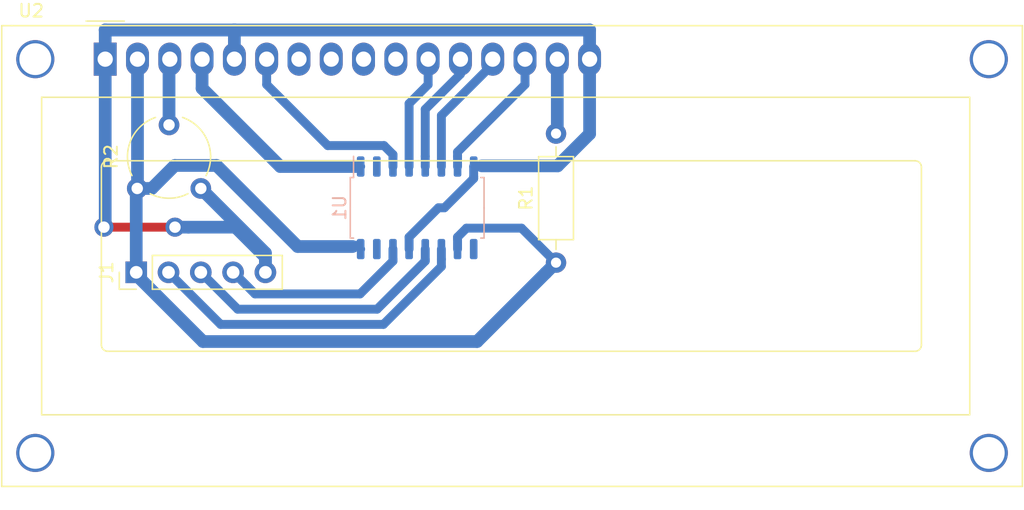
<source format=kicad_pcb>
(kicad_pcb (version 20171130) (host pcbnew 5.1.5-52549c5~84~ubuntu16.04.1)

  (general
    (thickness 1.6)
    (drawings 0)
    (tracks 104)
    (zones 0)
    (modules 5)
    (nets 14)
  )

  (page A4)
  (layers
    (0 F.Cu signal)
    (31 B.Cu signal)
    (32 B.Adhes user)
    (33 F.Adhes user)
    (34 B.Paste user)
    (35 F.Paste user)
    (36 B.SilkS user)
    (37 F.SilkS user)
    (38 B.Mask user)
    (39 F.Mask user)
    (40 Dwgs.User user)
    (41 Cmts.User user)
    (42 Eco1.User user)
    (43 Eco2.User user)
    (44 Edge.Cuts user)
    (45 Margin user)
    (46 B.CrtYd user)
    (47 F.CrtYd user)
    (48 B.Fab user)
    (49 F.Fab user)
  )

  (setup
    (last_trace_width 1)
    (trace_clearance 0.5)
    (zone_clearance 0.508)
    (zone_45_only no)
    (trace_min 0.2)
    (via_size 1.5)
    (via_drill 0.9)
    (via_min_size 0.4)
    (via_min_drill 0.3)
    (uvia_size 0.3)
    (uvia_drill 0.1)
    (uvias_allowed no)
    (uvia_min_size 0.2)
    (uvia_min_drill 0.1)
    (edge_width 0.05)
    (segment_width 0.2)
    (pcb_text_width 0.3)
    (pcb_text_size 1.5 1.5)
    (mod_edge_width 0.12)
    (mod_text_size 1 1)
    (mod_text_width 0.15)
    (pad_size 1.524 1.524)
    (pad_drill 0.762)
    (pad_to_mask_clearance 0.051)
    (solder_mask_min_width 0.25)
    (aux_axis_origin 0 0)
    (visible_elements FFFFFF7F)
    (pcbplotparams
      (layerselection 0x010fc_ffffffff)
      (usegerberextensions false)
      (usegerberattributes false)
      (usegerberadvancedattributes false)
      (creategerberjobfile false)
      (excludeedgelayer true)
      (linewidth 0.500000)
      (plotframeref false)
      (viasonmask false)
      (mode 1)
      (useauxorigin false)
      (hpglpennumber 1)
      (hpglpenspeed 20)
      (hpglpendiameter 15.000000)
      (psnegative false)
      (psa4output false)
      (plotreference true)
      (plotvalue true)
      (plotinvisibletext false)
      (padsonsilk false)
      (subtractmaskfromsilk false)
      (outputformat 1)
      (mirror false)
      (drillshape 1)
      (scaleselection 1)
      (outputdirectory ""))
  )

  (net 0 "")
  (net 1 GND)
  (net 2 "Net-(J1-Pad4)")
  (net 3 "Net-(J1-Pad3)")
  (net 4 "Net-(J1-Pad2)")
  (net 5 +5V)
  (net 6 "Net-(R1-Pad2)")
  (net 7 "Net-(R2-Pad2)")
  (net 8 "Net-(U1-Pad7)")
  (net 9 "Net-(U1-Pad4)")
  (net 10 "Net-(U1-Pad3)")
  (net 11 "Net-(U1-Pad1)")
  (net 12 "Net-(U1-Pad6)")
  (net 13 "Net-(U1-Pad5)")

  (net_class Default "This is the default net class."
    (clearance 0.5)
    (trace_width 1)
    (via_dia 1.5)
    (via_drill 0.9)
    (uvia_dia 0.3)
    (uvia_drill 0.1)
    (add_net +5V)
    (add_net GND)
    (add_net "Net-(J1-Pad2)")
    (add_net "Net-(J1-Pad3)")
    (add_net "Net-(J1-Pad4)")
    (add_net "Net-(R1-Pad2)")
    (add_net "Net-(R2-Pad2)")
    (add_net "Net-(U1-Pad1)")
    (add_net "Net-(U1-Pad3)")
    (add_net "Net-(U1-Pad4)")
    (add_net "Net-(U1-Pad5)")
    (add_net "Net-(U1-Pad6)")
    (add_net "Net-(U1-Pad7)")
    (add_net "Net-(U2-Pad10)")
    (add_net "Net-(U2-Pad7)")
    (add_net "Net-(U2-Pad8)")
    (add_net "Net-(U2-Pad9)")
  )

  (module Display:WC1602A (layer F.Cu) (tedit 5A02FE80) (tstamp 5E67AA83)
    (at 95.096 67.037)
    (descr "LCD 16x2 http://www.wincomlcd.com/pdf/WC1602A-SFYLYHTC06.pdf")
    (tags "LCD 16x2 Alphanumeric 16pin")
    (path /5D875DF4)
    (fp_text reference U2 (at -5.82 -3.81) (layer F.SilkS)
      (effects (font (size 1 1) (thickness 0.15)))
    )
    (fp_text value RC1602A (at -4.31 34.66) (layer F.Fab)
      (effects (font (size 1 1) (thickness 0.15)))
    )
    (fp_line (start -8 33.5) (end -8 -2.5) (layer F.Fab) (width 0.1))
    (fp_line (start 72 33.5) (end -8 33.5) (layer F.Fab) (width 0.1))
    (fp_line (start 72 -2.5) (end 72 33.5) (layer F.Fab) (width 0.1))
    (fp_line (start 1 -2.5) (end 72 -2.5) (layer F.Fab) (width 0.1))
    (fp_line (start -5 28) (end -5 3) (layer F.SilkS) (width 0.12))
    (fp_line (start 68 28) (end -5 28) (layer F.SilkS) (width 0.12))
    (fp_line (start 68 3) (end 68 28) (layer F.SilkS) (width 0.12))
    (fp_line (start -5 3) (end 68 3) (layer F.SilkS) (width 0.12))
    (fp_arc (start 0.20066 8.49884) (end -0.29972 8.49884) (angle 90) (layer F.SilkS) (width 0.12))
    (fp_arc (start 0.20066 22.49932) (end 0.20066 22.9997) (angle 90) (layer F.SilkS) (width 0.12))
    (fp_arc (start 63.70066 22.49932) (end 64.20104 22.49932) (angle 90) (layer F.SilkS) (width 0.12))
    (fp_arc (start 63.7 8.5) (end 63.7 8) (angle 90) (layer F.SilkS) (width 0.12))
    (fp_line (start 64.2 8.5) (end 64.2 22.5) (layer F.SilkS) (width 0.12))
    (fp_line (start 63.70066 23) (end 0.2 23) (layer F.SilkS) (width 0.12))
    (fp_line (start -0.29972 22.49932) (end -0.29972 8.5) (layer F.SilkS) (width 0.12))
    (fp_line (start 0.2 8) (end 63.7 8) (layer F.SilkS) (width 0.12))
    (fp_text user %R (at 30.37 14.74) (layer F.Fab)
      (effects (font (size 1 1) (thickness 0.1)))
    )
    (fp_line (start -1 -2.5) (end -8 -2.5) (layer F.Fab) (width 0.1))
    (fp_line (start 0 -1.5) (end -1 -2.5) (layer F.Fab) (width 0.1))
    (fp_line (start 1 -2.5) (end 0 -1.5) (layer F.Fab) (width 0.1))
    (fp_line (start -8.25 -2.75) (end 72.25 -2.75) (layer F.CrtYd) (width 0.05))
    (fp_line (start -1.5 -3) (end 1.5 -3) (layer F.SilkS) (width 0.12))
    (fp_line (start 72.25 -2.75) (end 72.25 33.75) (layer F.CrtYd) (width 0.05))
    (fp_line (start -8.25 33.75) (end 72.25 33.75) (layer F.CrtYd) (width 0.05))
    (fp_line (start -8.25 -2.75) (end -8.25 33.75) (layer F.CrtYd) (width 0.05))
    (fp_line (start -8.13 -2.64) (end -7.34 -2.64) (layer F.SilkS) (width 0.12))
    (fp_line (start -8.14 -2.64) (end -8.14 33.64) (layer F.SilkS) (width 0.12))
    (fp_line (start 72.14 -2.64) (end -7.34 -2.64) (layer F.SilkS) (width 0.12))
    (fp_line (start 72.14 33.64) (end 72.14 -2.64) (layer F.SilkS) (width 0.12))
    (fp_line (start -8.14 33.64) (end 72.14 33.64) (layer F.SilkS) (width 0.12))
    (pad "" thru_hole circle (at 69.5 0) (size 3 3) (drill 2.5) (layers *.Cu *.Mask))
    (pad "" thru_hole circle (at 69.49948 31.0007) (size 3 3) (drill 2.5) (layers *.Cu *.Mask))
    (pad "" thru_hole circle (at -5.4991 31.0007) (size 3 3) (drill 2.5) (layers *.Cu *.Mask))
    (pad "" thru_hole circle (at -5.4991 0) (size 3 3) (drill 2.5) (layers *.Cu *.Mask))
    (pad 16 thru_hole oval (at 38.1 0) (size 1.8 2.6) (drill 1.2) (layers *.Cu *.Mask)
      (net 1 GND))
    (pad 15 thru_hole oval (at 35.56 0) (size 1.8 2.6) (drill 1.2) (layers *.Cu *.Mask)
      (net 6 "Net-(R1-Pad2)"))
    (pad 14 thru_hole oval (at 33.02 0) (size 1.8 2.6) (drill 1.2) (layers *.Cu *.Mask)
      (net 8 "Net-(U1-Pad7)"))
    (pad 13 thru_hole oval (at 30.48 0) (size 1.8 2.6) (drill 1.2) (layers *.Cu *.Mask)
      (net 12 "Net-(U1-Pad6)"))
    (pad 12 thru_hole oval (at 27.94 0) (size 1.8 2.6) (drill 1.2) (layers *.Cu *.Mask)
      (net 13 "Net-(U1-Pad5)"))
    (pad 11 thru_hole oval (at 25.4 0) (size 1.8 2.6) (drill 1.2) (layers *.Cu *.Mask)
      (net 9 "Net-(U1-Pad4)"))
    (pad 10 thru_hole oval (at 22.86 0) (size 1.8 2.6) (drill 1.2) (layers *.Cu *.Mask))
    (pad 9 thru_hole oval (at 20.32 0) (size 1.8 2.6) (drill 1.2) (layers *.Cu *.Mask))
    (pad 8 thru_hole oval (at 17.78 0) (size 1.8 2.6) (drill 1.2) (layers *.Cu *.Mask))
    (pad 7 thru_hole oval (at 15.24 0) (size 1.8 2.6) (drill 1.2) (layers *.Cu *.Mask))
    (pad 6 thru_hole oval (at 12.7 0) (size 1.8 2.6) (drill 1.2) (layers *.Cu *.Mask)
      (net 10 "Net-(U1-Pad3)"))
    (pad 5 thru_hole oval (at 10.16 0) (size 1.8 2.6) (drill 1.2) (layers *.Cu *.Mask)
      (net 1 GND))
    (pad 4 thru_hole oval (at 7.62 0) (size 1.8 2.6) (drill 1.2) (layers *.Cu *.Mask)
      (net 11 "Net-(U1-Pad1)"))
    (pad 3 thru_hole oval (at 5.08 0) (size 1.8 2.6) (drill 1.2) (layers *.Cu *.Mask)
      (net 7 "Net-(R2-Pad2)"))
    (pad 2 thru_hole oval (at 2.54 0) (size 1.8 2.6) (drill 1.2) (layers *.Cu *.Mask)
      (net 5 +5V))
    (pad 1 thru_hole rect (at 0 0) (size 1.8 2.6) (drill 1.2) (layers *.Cu *.Mask)
      (net 1 GND))
    (model ${KISYS3DMOD}/Display.3dshapes/WC1602A.wrl
      (at (xyz 0 0 0))
      (scale (xyz 1 1 1))
      (rotate (xyz 0 0 0))
    )
  )

  (module Package_SO:SOP-16_4.55x10.3mm_P1.27mm (layer B.Cu) (tedit 5D9F72B1) (tstamp 5E67AB91)
    (at 119.634 78.74 270)
    (descr "SOP, 16 Pin (https://toshiba.semicon-storage.com/info/docget.jsp?did=12855&prodName=TLP290-4), generated with kicad-footprint-generator ipc_gullwing_generator.py")
    (tags "SOP SO")
    (path /5E668361)
    (attr smd)
    (fp_text reference U1 (at 0 6.1 90) (layer B.SilkS)
      (effects (font (size 1 1) (thickness 0.15)) (justify mirror))
    )
    (fp_text value 74HC595 (at 0 -6.1 90) (layer B.Fab)
      (effects (font (size 1 1) (thickness 0.15)) (justify mirror))
    )
    (fp_text user %R (at 0 0 90) (layer B.Fab)
      (effects (font (size 1 1) (thickness 0.15)) (justify mirror))
    )
    (fp_line (start 4.3 5.4) (end -4.3 5.4) (layer B.CrtYd) (width 0.05))
    (fp_line (start 4.3 -5.4) (end 4.3 5.4) (layer B.CrtYd) (width 0.05))
    (fp_line (start -4.3 -5.4) (end 4.3 -5.4) (layer B.CrtYd) (width 0.05))
    (fp_line (start -4.3 5.4) (end -4.3 -5.4) (layer B.CrtYd) (width 0.05))
    (fp_line (start -2.275 4.15) (end -1.275 5.15) (layer B.Fab) (width 0.1))
    (fp_line (start -2.275 -5.15) (end -2.275 4.15) (layer B.Fab) (width 0.1))
    (fp_line (start 2.275 -5.15) (end -2.275 -5.15) (layer B.Fab) (width 0.1))
    (fp_line (start 2.275 5.15) (end 2.275 -5.15) (layer B.Fab) (width 0.1))
    (fp_line (start -1.275 5.15) (end 2.275 5.15) (layer B.Fab) (width 0.1))
    (fp_line (start -2.385 5.005) (end -4.05 5.005) (layer B.SilkS) (width 0.12))
    (fp_line (start -2.385 5.26) (end -2.385 5.005) (layer B.SilkS) (width 0.12))
    (fp_line (start 0 5.26) (end -2.385 5.26) (layer B.SilkS) (width 0.12))
    (fp_line (start 2.385 5.26) (end 2.385 5.005) (layer B.SilkS) (width 0.12))
    (fp_line (start 0 5.26) (end 2.385 5.26) (layer B.SilkS) (width 0.12))
    (fp_line (start -2.385 -5.26) (end -2.385 -5.005) (layer B.SilkS) (width 0.12))
    (fp_line (start 0 -5.26) (end -2.385 -5.26) (layer B.SilkS) (width 0.12))
    (fp_line (start 2.385 -5.26) (end 2.385 -5.005) (layer B.SilkS) (width 0.12))
    (fp_line (start 0 -5.26) (end 2.385 -5.26) (layer B.SilkS) (width 0.12))
    (pad 16 smd roundrect (at 3.25 4.445 270) (size 1.6 0.6) (layers B.Cu B.Paste B.Mask) (roundrect_rratio 0.25)
      (net 5 +5V))
    (pad 15 smd roundrect (at 3.25 3.175 270) (size 1.6 0.6) (layers B.Cu B.Paste B.Mask) (roundrect_rratio 0.25))
    (pad 14 smd roundrect (at 3.25 1.905 270) (size 1.6 0.6) (layers B.Cu B.Paste B.Mask) (roundrect_rratio 0.25)
      (net 2 "Net-(J1-Pad4)"))
    (pad 13 smd roundrect (at 3.25 0.635 270) (size 1.6 0.6) (layers B.Cu B.Paste B.Mask) (roundrect_rratio 0.25)
      (net 1 GND))
    (pad 12 smd roundrect (at 3.25 -0.635 270) (size 1.6 0.6) (layers B.Cu B.Paste B.Mask) (roundrect_rratio 0.25)
      (net 3 "Net-(J1-Pad3)"))
    (pad 11 smd roundrect (at 3.25 -1.905 270) (size 1.6 0.6) (layers B.Cu B.Paste B.Mask) (roundrect_rratio 0.25)
      (net 4 "Net-(J1-Pad2)"))
    (pad 10 smd roundrect (at 3.25 -3.175 270) (size 1.6 0.6) (layers B.Cu B.Paste B.Mask) (roundrect_rratio 0.25)
      (net 5 +5V))
    (pad 9 smd roundrect (at 3.25 -4.445 270) (size 1.6 0.6) (layers B.Cu B.Paste B.Mask) (roundrect_rratio 0.25))
    (pad 8 smd roundrect (at -3.25 -4.445 270) (size 1.6 0.6) (layers B.Cu B.Paste B.Mask) (roundrect_rratio 0.25)
      (net 1 GND))
    (pad 7 smd roundrect (at -3.25 -3.175 270) (size 1.6 0.6) (layers B.Cu B.Paste B.Mask) (roundrect_rratio 0.25)
      (net 8 "Net-(U1-Pad7)"))
    (pad 6 smd roundrect (at -3.25 -1.905 270) (size 1.6 0.6) (layers B.Cu B.Paste B.Mask) (roundrect_rratio 0.25)
      (net 12 "Net-(U1-Pad6)"))
    (pad 5 smd roundrect (at -3.25 -0.635 270) (size 1.6 0.6) (layers B.Cu B.Paste B.Mask) (roundrect_rratio 0.25)
      (net 13 "Net-(U1-Pad5)"))
    (pad 4 smd roundrect (at -3.25 0.635 270) (size 1.6 0.6) (layers B.Cu B.Paste B.Mask) (roundrect_rratio 0.25)
      (net 9 "Net-(U1-Pad4)"))
    (pad 3 smd roundrect (at -3.25 1.905 270) (size 1.6 0.6) (layers B.Cu B.Paste B.Mask) (roundrect_rratio 0.25)
      (net 10 "Net-(U1-Pad3)"))
    (pad 2 smd roundrect (at -3.25 3.175 270) (size 1.6 0.6) (layers B.Cu B.Paste B.Mask) (roundrect_rratio 0.25))
    (pad 1 smd roundrect (at -3.25 4.445 270) (size 1.6 0.6) (layers B.Cu B.Paste B.Mask) (roundrect_rratio 0.25)
      (net 11 "Net-(U1-Pad1)"))
    (model ${KISYS3DMOD}/Package_SO.3dshapes/SOP-16_4.55x10.3mm_P1.27mm.wrl
      (at (xyz 0 0 0))
      (scale (xyz 1 1 1))
      (rotate (xyz 0 0 0))
    )
  )

  (module Potentiometer_THT:Potentiometer_Piher_PT-6-V_Vertical (layer F.Cu) (tedit 5A3D4993) (tstamp 5E67AA26)
    (at 102.616 77.216 90)
    (descr "Potentiometer, vertical, Piher PT-6-V, http://www.piher-nacesa.com/pdf/11-PT6v03.pdf")
    (tags "Potentiometer vertical Piher PT-6-V")
    (path /5D8849E4)
    (fp_text reference R2 (at 2.5 -7.06 90) (layer F.SilkS)
      (effects (font (size 1 1) (thickness 0.15)))
    )
    (fp_text value 5K (at 2.5 2.06 90) (layer F.Fab)
      (effects (font (size 1 1) (thickness 0.15)))
    )
    (fp_text user %R (at 0.55 -2.5) (layer F.Fab)
      (effects (font (size 1 1) (thickness 0.15)))
    )
    (fp_line (start 6.1 -6.1) (end -1.1 -6.1) (layer F.CrtYd) (width 0.05))
    (fp_line (start 6.1 1.1) (end 6.1 -6.1) (layer F.CrtYd) (width 0.05))
    (fp_line (start -1.1 1.1) (end 6.1 1.1) (layer F.CrtYd) (width 0.05))
    (fp_line (start -1.1 -6.1) (end -1.1 1.1) (layer F.CrtYd) (width 0.05))
    (fp_circle (center 2.5 -2.5) (end 3.4 -2.5) (layer F.Fab) (width 0.1))
    (fp_circle (center 2.5 -2.5) (end 5.65 -2.5) (layer F.Fab) (width 0.1))
    (fp_arc (start 2.5 -2.5) (end 1.015 0.414) (angle -28) (layer F.SilkS) (width 0.12))
    (fp_arc (start 2.5 -2.5) (end -0.414 -3.984) (angle -54) (layer F.SilkS) (width 0.12))
    (fp_arc (start 2.5 -2.5) (end 5.592 -3.564) (angle -98) (layer F.SilkS) (width 0.12))
    (fp_arc (start 2.5 -2.5) (end 2.5 0.77) (angle -71) (layer F.SilkS) (width 0.12))
    (pad 1 thru_hole circle (at 0 0 90) (size 1.62 1.62) (drill 0.9) (layers *.Cu *.Mask)
      (net 1 GND))
    (pad 2 thru_hole circle (at 5 -2.5 90) (size 1.62 1.62) (drill 0.9) (layers *.Cu *.Mask)
      (net 7 "Net-(R2-Pad2)"))
    (pad 3 thru_hole circle (at 0 -5 90) (size 1.62 1.62) (drill 0.9) (layers *.Cu *.Mask)
      (net 5 +5V))
    (model ${KISYS3DMOD}/Potentiometer_THT.3dshapes/Potentiometer_Piher_PT-6-V_Vertical.wrl
      (at (xyz 0 0 0))
      (scale (xyz 1 1 1))
      (rotate (xyz 0 0 0))
    )
  )

  (module Resistor_THT:R_Axial_DIN0207_L6.3mm_D2.5mm_P10.16mm_Horizontal (layer F.Cu) (tedit 5AE5139B) (tstamp 5E67AA14)
    (at 130.556 83.058 90)
    (descr "Resistor, Axial_DIN0207 series, Axial, Horizontal, pin pitch=10.16mm, 0.25W = 1/4W, length*diameter=6.3*2.5mm^2, http://cdn-reichelt.de/documents/datenblatt/B400/1_4W%23YAG.pdf")
    (tags "Resistor Axial_DIN0207 series Axial Horizontal pin pitch 10.16mm 0.25W = 1/4W length 6.3mm diameter 2.5mm")
    (path /5D882883)
    (fp_text reference R1 (at 5.08 -2.37 90) (layer F.SilkS)
      (effects (font (size 1 1) (thickness 0.15)))
    )
    (fp_text value 220 (at 5.08 2.37 90) (layer F.Fab)
      (effects (font (size 1 1) (thickness 0.15)))
    )
    (fp_text user %R (at 5.08 0 90) (layer F.Fab)
      (effects (font (size 1 1) (thickness 0.15)))
    )
    (fp_line (start 11.21 -1.5) (end -1.05 -1.5) (layer F.CrtYd) (width 0.05))
    (fp_line (start 11.21 1.5) (end 11.21 -1.5) (layer F.CrtYd) (width 0.05))
    (fp_line (start -1.05 1.5) (end 11.21 1.5) (layer F.CrtYd) (width 0.05))
    (fp_line (start -1.05 -1.5) (end -1.05 1.5) (layer F.CrtYd) (width 0.05))
    (fp_line (start 9.12 0) (end 8.35 0) (layer F.SilkS) (width 0.12))
    (fp_line (start 1.04 0) (end 1.81 0) (layer F.SilkS) (width 0.12))
    (fp_line (start 8.35 -1.37) (end 1.81 -1.37) (layer F.SilkS) (width 0.12))
    (fp_line (start 8.35 1.37) (end 8.35 -1.37) (layer F.SilkS) (width 0.12))
    (fp_line (start 1.81 1.37) (end 8.35 1.37) (layer F.SilkS) (width 0.12))
    (fp_line (start 1.81 -1.37) (end 1.81 1.37) (layer F.SilkS) (width 0.12))
    (fp_line (start 10.16 0) (end 8.23 0) (layer F.Fab) (width 0.1))
    (fp_line (start 0 0) (end 1.93 0) (layer F.Fab) (width 0.1))
    (fp_line (start 8.23 -1.25) (end 1.93 -1.25) (layer F.Fab) (width 0.1))
    (fp_line (start 8.23 1.25) (end 8.23 -1.25) (layer F.Fab) (width 0.1))
    (fp_line (start 1.93 1.25) (end 8.23 1.25) (layer F.Fab) (width 0.1))
    (fp_line (start 1.93 -1.25) (end 1.93 1.25) (layer F.Fab) (width 0.1))
    (pad 2 thru_hole oval (at 10.16 0 90) (size 1.6 1.6) (drill 0.8) (layers *.Cu *.Mask)
      (net 6 "Net-(R1-Pad2)"))
    (pad 1 thru_hole circle (at 0 0 90) (size 1.6 1.6) (drill 0.8) (layers *.Cu *.Mask)
      (net 5 +5V))
    (model ${KISYS3DMOD}/Resistor_THT.3dshapes/R_Axial_DIN0207_L6.3mm_D2.5mm_P10.16mm_Horizontal.wrl
      (at (xyz 0 0 0))
      (scale (xyz 1 1 1))
      (rotate (xyz 0 0 0))
    )
  )

  (module Connector_PinHeader_2.54mm:PinHeader_1x05_P2.54mm_Vertical (layer F.Cu) (tedit 59FED5CC) (tstamp 5E67A9FD)
    (at 97.536 83.82 90)
    (descr "Through hole straight pin header, 1x05, 2.54mm pitch, single row")
    (tags "Through hole pin header THT 1x05 2.54mm single row")
    (path /5E6ACB32)
    (fp_text reference J1 (at 0 -2.33 90) (layer F.SilkS)
      (effects (font (size 1 1) (thickness 0.15)))
    )
    (fp_text value Conn_01x05_Male (at 0 12.49 90) (layer F.Fab)
      (effects (font (size 1 1) (thickness 0.15)))
    )
    (fp_text user %R (at 0 5.08) (layer F.Fab)
      (effects (font (size 1 1) (thickness 0.15)))
    )
    (fp_line (start 1.8 -1.8) (end -1.8 -1.8) (layer F.CrtYd) (width 0.05))
    (fp_line (start 1.8 11.95) (end 1.8 -1.8) (layer F.CrtYd) (width 0.05))
    (fp_line (start -1.8 11.95) (end 1.8 11.95) (layer F.CrtYd) (width 0.05))
    (fp_line (start -1.8 -1.8) (end -1.8 11.95) (layer F.CrtYd) (width 0.05))
    (fp_line (start -1.33 -1.33) (end 0 -1.33) (layer F.SilkS) (width 0.12))
    (fp_line (start -1.33 0) (end -1.33 -1.33) (layer F.SilkS) (width 0.12))
    (fp_line (start -1.33 1.27) (end 1.33 1.27) (layer F.SilkS) (width 0.12))
    (fp_line (start 1.33 1.27) (end 1.33 11.49) (layer F.SilkS) (width 0.12))
    (fp_line (start -1.33 1.27) (end -1.33 11.49) (layer F.SilkS) (width 0.12))
    (fp_line (start -1.33 11.49) (end 1.33 11.49) (layer F.SilkS) (width 0.12))
    (fp_line (start -1.27 -0.635) (end -0.635 -1.27) (layer F.Fab) (width 0.1))
    (fp_line (start -1.27 11.43) (end -1.27 -0.635) (layer F.Fab) (width 0.1))
    (fp_line (start 1.27 11.43) (end -1.27 11.43) (layer F.Fab) (width 0.1))
    (fp_line (start 1.27 -1.27) (end 1.27 11.43) (layer F.Fab) (width 0.1))
    (fp_line (start -0.635 -1.27) (end 1.27 -1.27) (layer F.Fab) (width 0.1))
    (pad 5 thru_hole oval (at 0 10.16 90) (size 1.7 1.7) (drill 1) (layers *.Cu *.Mask)
      (net 1 GND))
    (pad 4 thru_hole oval (at 0 7.62 90) (size 1.7 1.7) (drill 1) (layers *.Cu *.Mask)
      (net 2 "Net-(J1-Pad4)"))
    (pad 3 thru_hole oval (at 0 5.08 90) (size 1.7 1.7) (drill 1) (layers *.Cu *.Mask)
      (net 3 "Net-(J1-Pad3)"))
    (pad 2 thru_hole oval (at 0 2.54 90) (size 1.7 1.7) (drill 1) (layers *.Cu *.Mask)
      (net 4 "Net-(J1-Pad2)"))
    (pad 1 thru_hole rect (at 0 0 90) (size 1.7 1.7) (drill 1) (layers *.Cu *.Mask)
      (net 5 +5V))
    (model ${KISYS3DMOD}/Connector_PinHeader_2.54mm.3dshapes/PinHeader_1x05_P2.54mm_Vertical.wrl
      (at (xyz 0 0 0))
      (scale (xyz 1 1 1))
      (rotate (xyz 0 0 0))
    )
  )

  (segment (start 105.10599 64.88699) (end 105.256 65.037) (width 0.7) (layer B.Cu) (net 1))
  (segment (start 95.24601 64.88699) (end 105.10599 64.88699) (width 0.7) (layer B.Cu) (net 1))
  (segment (start 95.096 65.037) (end 95.24601 64.88699) (width 0.7) (layer B.Cu) (net 1))
  (segment (start 95.096 67.037) (end 95.096 65.037) (width 0.7) (layer B.Cu) (net 1))
  (segment (start 118.999 81.04577) (end 121.30477 78.74) (width 0.7) (layer B.Cu) (net 1))
  (segment (start 118.999 81.99) (end 118.999 81.04577) (width 0.7) (layer B.Cu) (net 1))
  (segment (start 124.079 76.43423) (end 124.079 76.29) (width 0.7) (layer B.Cu) (net 1))
  (segment (start 124.079 76.29) (end 124.079 75.49) (width 0.7) (layer B.Cu) (net 1))
  (segment (start 121.77323 78.74) (end 124.079 76.43423) (width 0.7) (layer B.Cu) (net 1))
  (segment (start 121.30477 78.74) (end 121.77323 78.74) (width 0.7) (layer B.Cu) (net 1))
  (segment (start 133.04599 64.88699) (end 133.196 65.037) (width 0.7) (layer B.Cu) (net 1))
  (segment (start 133.196 65.037) (end 133.196 67.037) (width 0.7) (layer B.Cu) (net 1))
  (segment (start 105.40601 64.88699) (end 133.04599 64.88699) (width 0.7) (layer B.Cu) (net 1))
  (segment (start 105.256 65.037) (end 105.40601 64.88699) (width 0.7) (layer B.Cu) (net 1))
  (segment (start 105.256 67.037) (end 105.256 65.037) (width 0.7) (layer B.Cu) (net 1))
  (segment (start 105.25599 64.73699) (end 105.256 64.737) (width 1) (layer B.Cu) (net 1))
  (segment (start 95.09601 64.73699) (end 105.25599 64.73699) (width 1) (layer B.Cu) (net 1))
  (segment (start 95.096 64.737) (end 95.09601 64.73699) (width 1) (layer B.Cu) (net 1))
  (segment (start 95.096 67.037) (end 95.096 64.737) (width 1) (layer B.Cu) (net 1))
  (segment (start 133.196 64.737) (end 133.196 67.037) (width 1) (layer B.Cu) (net 1))
  (segment (start 133.19599 64.73699) (end 133.196 64.737) (width 1) (layer B.Cu) (net 1))
  (segment (start 105.25601 64.73699) (end 133.19599 64.73699) (width 1) (layer B.Cu) (net 1))
  (segment (start 105.256 64.737) (end 105.25601 64.73699) (width 1) (layer B.Cu) (net 1))
  (segment (start 105.256 67.037) (end 105.256 64.737) (width 1) (layer B.Cu) (net 1))
  (via (at 100.584 80.264) (size 1.5) (drill 0.9) (layers F.Cu B.Cu) (net 1))
  (segment (start 101.64466 80.264) (end 100.584 80.264) (width 1) (layer B.Cu) (net 1))
  (segment (start 107.696 82.617919) (end 105.342081 80.264) (width 1) (layer B.Cu) (net 1))
  (segment (start 100.584 80.264) (end 94.996 80.264) (width 0.7) (layer F.Cu) (net 1))
  (via (at 94.996 80.264) (size 1.5) (drill 0.9) (layers F.Cu B.Cu) (net 1))
  (segment (start 105.342081 80.264) (end 101.64466 80.264) (width 1) (layer B.Cu) (net 1))
  (segment (start 107.696 83.82) (end 107.696 82.617919) (width 1) (layer B.Cu) (net 1))
  (segment (start 107.696 82.296) (end 107.696 83.82) (width 1) (layer B.Cu) (net 1))
  (segment (start 102.616 77.216) (end 107.696 82.296) (width 1) (layer B.Cu) (net 1))
  (segment (start 130.680002 75.438) (end 124.714 75.438) (width 1) (layer B.Cu) (net 1))
  (segment (start 133.196 72.922002) (end 130.680002 75.438) (width 1) (layer B.Cu) (net 1))
  (segment (start 133.196 67.037) (end 133.196 72.922002) (width 1) (layer B.Cu) (net 1))
  (segment (start 124.079 75.49) (end 124.714 75.438) (width 0.7) (layer B.Cu) (net 1))
  (segment (start 95.096 80.164) (end 94.996 80.264) (width 1) (layer B.Cu) (net 1))
  (segment (start 95.096 67.037) (end 95.096 80.164) (width 1) (layer B.Cu) (net 1))
  (segment (start 106.879999 85.520001) (end 115.143229 85.520001) (width 0.7) (layer B.Cu) (net 2))
  (segment (start 105.156 83.82) (end 105.179998 83.82) (width 0.7) (layer B.Cu) (net 2))
  (segment (start 115.143229 85.520001) (end 117.729 82.93423) (width 0.7) (layer B.Cu) (net 2))
  (segment (start 117.729 82.93423) (end 117.729 82.79) (width 0.7) (layer B.Cu) (net 2))
  (segment (start 105.179998 83.82) (end 106.879999 85.520001) (width 0.7) (layer B.Cu) (net 2))
  (segment (start 117.729 82.79) (end 117.729 81.99) (width 0.7) (layer B.Cu) (net 2))
  (segment (start 102.616 83.82) (end 105.516012 86.720012) (width 0.7) (layer B.Cu) (net 3))
  (segment (start 105.516012 86.720012) (end 116.483218 86.720012) (width 0.7) (layer B.Cu) (net 3))
  (segment (start 116.483218 86.720012) (end 120.269 82.93423) (width 0.7) (layer B.Cu) (net 3))
  (segment (start 120.269 82.93423) (end 120.269 82.79) (width 0.7) (layer B.Cu) (net 3))
  (segment (start 120.269 82.79) (end 120.269 81.99) (width 0.7) (layer B.Cu) (net 3))
  (segment (start 121.539 82.79) (end 121.539 81.99) (width 0.7) (layer B.Cu) (net 4))
  (segment (start 121.539 83.361301) (end 121.539 82.79) (width 0.7) (layer B.Cu) (net 4))
  (segment (start 104.176023 87.920023) (end 116.980278 87.920023) (width 0.7) (layer B.Cu) (net 4))
  (segment (start 116.980278 87.920023) (end 121.539 83.361301) (width 0.7) (layer B.Cu) (net 4))
  (segment (start 100.076 83.82) (end 104.176023 87.920023) (width 0.7) (layer B.Cu) (net 4))
  (segment (start 122.809 81.19) (end 122.809 81.99) (width 0.7) (layer B.Cu) (net 5))
  (segment (start 122.809 81.04577) (end 122.809 81.19) (width 0.7) (layer B.Cu) (net 5))
  (segment (start 123.51478 80.33999) (end 122.809 81.04577) (width 0.7) (layer B.Cu) (net 5))
  (segment (start 127.83799 80.33999) (end 123.51478 80.33999) (width 0.7) (layer B.Cu) (net 5))
  (segment (start 130.556 83.058) (end 127.83799 80.33999) (width 0.7) (layer B.Cu) (net 5))
  (segment (start 115.189 81.99) (end 114.889 81.69) (width 0.7) (layer B.Cu) (net 5))
  (segment (start 97.636 77.196) (end 97.616 77.216) (width 1) (layer B.Cu) (net 5))
  (segment (start 97.636 67.037) (end 97.636 77.196) (width 1) (layer B.Cu) (net 5))
  (segment (start 97.536 77.296) (end 97.616 77.216) (width 1) (layer B.Cu) (net 5))
  (segment (start 97.536 83.82) (end 97.536 77.296) (width 1) (layer B.Cu) (net 5))
  (segment (start 129.756001 83.857999) (end 130.556 83.058) (width 1) (layer B.Cu) (net 5))
  (segment (start 97.536 84.018002) (end 102.788032 89.270033) (width 1) (layer B.Cu) (net 5))
  (segment (start 102.788032 89.270033) (end 124.343967 89.270033) (width 1) (layer B.Cu) (net 5))
  (segment (start 124.343967 89.270033) (end 129.756001 83.857999) (width 1) (layer B.Cu) (net 5))
  (segment (start 97.536 83.82) (end 97.536 84.018002) (width 1) (layer B.Cu) (net 5))
  (segment (start 103.853999 75.405999) (end 110.236 81.788) (width 1) (layer B.Cu) (net 5))
  (segment (start 100.571513 75.405999) (end 103.853999 75.405999) (width 1) (layer B.Cu) (net 5))
  (segment (start 98.761512 77.216) (end 100.571513 75.405999) (width 1) (layer B.Cu) (net 5))
  (segment (start 97.616 77.216) (end 98.761512 77.216) (width 1) (layer B.Cu) (net 5))
  (segment (start 114.889 81.69) (end 110.236 81.788) (width 0.7) (layer B.Cu) (net 5))
  (segment (start 110.236 81.788) (end 114.554 81.788) (width 1) (layer B.Cu) (net 5))
  (segment (start 130.656 72.798) (end 130.556 72.898) (width 1) (layer B.Cu) (net 6))
  (segment (start 130.656 67.037) (end 130.656 72.798) (width 1) (layer B.Cu) (net 6))
  (segment (start 100.116 67.097) (end 100.176 67.037) (width 1) (layer B.Cu) (net 7))
  (segment (start 100.116 72.216) (end 100.116 67.097) (width 1) (layer B.Cu) (net 7))
  (segment (start 122.809 74.69) (end 122.809 75.49) (width 0.7) (layer B.Cu) (net 8))
  (segment (start 122.809 74.344) (end 122.809 74.69) (width 0.7) (layer B.Cu) (net 8))
  (segment (start 128.116 69.037) (end 122.809 74.344) (width 0.7) (layer B.Cu) (net 8))
  (segment (start 128.116 67.037) (end 128.116 69.037) (width 0.7) (layer B.Cu) (net 8))
  (segment (start 120.496 69.037) (end 120.496 67.037) (width 0.7) (layer B.Cu) (net 9))
  (segment (start 118.999 70.534) (end 120.496 69.037) (width 0.7) (layer B.Cu) (net 9))
  (segment (start 118.999 75.49) (end 118.999 70.534) (width 0.7) (layer B.Cu) (net 9))
  (segment (start 117.729 74.69) (end 117.729 75.49) (width 0.7) (layer B.Cu) (net 10))
  (segment (start 117.729 74.54577) (end 117.729 74.69) (width 0.7) (layer B.Cu) (net 10))
  (segment (start 117.02322 73.83999) (end 117.729 74.54577) (width 0.7) (layer B.Cu) (net 10))
  (segment (start 112.59899 73.83999) (end 117.02322 73.83999) (width 0.7) (layer B.Cu) (net 10))
  (segment (start 107.796 69.037) (end 112.59899 73.83999) (width 0.7) (layer B.Cu) (net 10))
  (segment (start 107.796 67.037) (end 107.796 69.037) (width 0.7) (layer B.Cu) (net 10))
  (segment (start 114.889 75.49) (end 115.189 75.49) (width 0.7) (layer B.Cu) (net 11))
  (segment (start 108.869 75.49) (end 114.889 75.49) (width 1) (layer B.Cu) (net 11))
  (segment (start 102.716 69.337) (end 108.869 75.49) (width 1) (layer B.Cu) (net 11))
  (segment (start 102.716 67.037) (end 102.716 69.337) (width 1) (layer B.Cu) (net 11))
  (segment (start 125.576 67.437) (end 125.576 67.037) (width 0.7) (layer B.Cu) (net 12))
  (segment (start 121.539 71.474) (end 125.576 67.437) (width 0.7) (layer B.Cu) (net 12))
  (segment (start 121.539 75.49) (end 121.539 71.474) (width 0.7) (layer B.Cu) (net 12))
  (segment (start 120.269 70.981816) (end 120.269 74.69) (width 0.7) (layer B.Cu) (net 13))
  (segment (start 123.036 67.037) (end 123.036 68.214816) (width 0.7) (layer B.Cu) (net 13))
  (segment (start 120.269 74.69) (end 120.269 75.49) (width 0.7) (layer B.Cu) (net 13))
  (segment (start 123.036 68.214816) (end 120.269 70.981816) (width 0.7) (layer B.Cu) (net 13))

)

</source>
